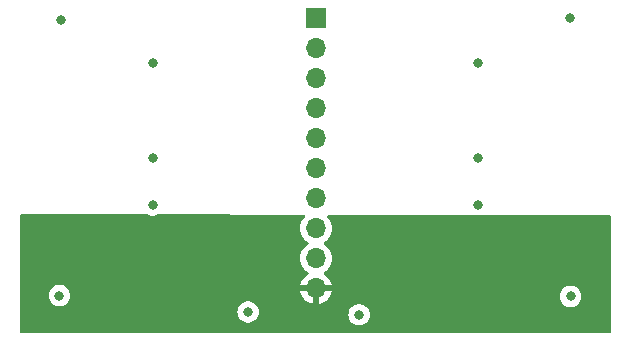
<source format=gbr>
%TF.GenerationSoftware,KiCad,Pcbnew,7.0.2*%
%TF.CreationDate,2023-11-04T13:58:57-04:00*%
%TF.ProjectId,AntSniffer,416e7453-6e69-4666-9665-722e6b696361,rev?*%
%TF.SameCoordinates,Original*%
%TF.FileFunction,Copper,L3,Inr*%
%TF.FilePolarity,Positive*%
%FSLAX46Y46*%
G04 Gerber Fmt 4.6, Leading zero omitted, Abs format (unit mm)*
G04 Created by KiCad (PCBNEW 7.0.2) date 2023-11-04 13:58:57*
%MOMM*%
%LPD*%
G01*
G04 APERTURE LIST*
%TA.AperFunction,ComponentPad*%
%ADD10R,1.700000X1.700000*%
%TD*%
%TA.AperFunction,ComponentPad*%
%ADD11O,1.700000X1.700000*%
%TD*%
%TA.AperFunction,ViaPad*%
%ADD12C,0.800000*%
%TD*%
G04 APERTURE END LIST*
D10*
%TO.N,/A2*%
%TO.C,J1*%
X168579800Y-45979000D03*
D11*
%TO.N,/SCL*%
X168579800Y-48519000D03*
%TO.N,/SDA*%
X168579800Y-51059000D03*
%TO.N,/PLUG*%
X168579800Y-53599000D03*
%TO.N,/A1*%
X168579800Y-56139000D03*
%TO.N,/TX*%
X168579800Y-58679000D03*
%TO.N,/RST*%
X168579800Y-61219000D03*
%TO.N,/RX*%
X168579800Y-63759000D03*
%TO.N,/A0*%
X168579800Y-66299000D03*
%TO.N,/3V3*%
X168579800Y-68839000D03*
%TD*%
D12*
%TO.N,GND*%
X172212000Y-71069200D03*
%TO.N,/3V3*%
X185318400Y-63754000D03*
X151765000Y-63804800D03*
%TO.N,GND*%
X146837400Y-69443600D03*
X162814000Y-70840600D03*
X182295800Y-61759600D03*
X154736800Y-61771800D03*
X190093600Y-45974000D03*
X154762200Y-57771800D03*
X147015200Y-46126400D03*
X182295800Y-57759600D03*
X182295800Y-49759600D03*
X190119000Y-69519800D03*
X154762200Y-49771800D03*
%TD*%
%TA.AperFunction,Conductor*%
%TO.N,/3V3*%
G36*
X154271262Y-62561855D02*
G01*
X154321409Y-62572576D01*
X154456997Y-62632944D01*
X154642152Y-62672300D01*
X154642154Y-62672300D01*
X154831448Y-62672300D01*
X155016601Y-62632945D01*
X155031483Y-62626319D01*
X155147360Y-62574726D01*
X155198075Y-62564007D01*
X167537166Y-62592663D01*
X167604160Y-62612504D01*
X167649792Y-62665414D01*
X167659575Y-62734595D01*
X167630402Y-62798083D01*
X167624560Y-62804344D01*
X167541303Y-62887601D01*
X167405765Y-63081170D01*
X167305897Y-63295336D01*
X167244736Y-63523592D01*
X167224140Y-63759000D01*
X167244736Y-63994407D01*
X167289509Y-64161501D01*
X167305897Y-64222663D01*
X167405765Y-64436830D01*
X167541305Y-64630401D01*
X167708399Y-64797495D01*
X167893960Y-64927426D01*
X167937583Y-64982002D01*
X167944776Y-65051501D01*
X167913254Y-65113855D01*
X167893959Y-65130575D01*
X167708395Y-65260508D01*
X167541305Y-65427598D01*
X167405765Y-65621170D01*
X167305897Y-65835336D01*
X167244736Y-66063592D01*
X167224140Y-66299000D01*
X167244736Y-66534407D01*
X167289509Y-66701501D01*
X167305897Y-66762663D01*
X167405765Y-66976830D01*
X167541305Y-67170401D01*
X167708399Y-67337495D01*
X167894396Y-67467732D01*
X167938019Y-67522307D01*
X167945212Y-67591806D01*
X167913690Y-67654160D01*
X167894395Y-67670880D01*
X167708719Y-67800892D01*
X167541690Y-67967921D01*
X167406200Y-68161421D01*
X167306369Y-68375507D01*
X167249164Y-68588999D01*
X167249164Y-68589000D01*
X168146114Y-68589000D01*
X168120307Y-68629156D01*
X168079800Y-68767111D01*
X168079800Y-68910889D01*
X168120307Y-69048844D01*
X168146114Y-69089000D01*
X167249164Y-69089000D01*
X167306369Y-69302492D01*
X167406199Y-69516576D01*
X167541693Y-69710081D01*
X167708718Y-69877106D01*
X167902223Y-70012600D01*
X168116309Y-70112430D01*
X168329800Y-70169634D01*
X168329800Y-69274501D01*
X168437485Y-69323680D01*
X168544037Y-69339000D01*
X168615563Y-69339000D01*
X168722115Y-69323680D01*
X168829799Y-69274501D01*
X168829799Y-70169633D01*
X169043290Y-70112430D01*
X169257376Y-70012600D01*
X169450881Y-69877106D01*
X169617906Y-69710081D01*
X169751143Y-69519800D01*
X189213540Y-69519800D01*
X189233326Y-69708057D01*
X189291820Y-69888084D01*
X189386466Y-70052016D01*
X189513129Y-70192689D01*
X189666269Y-70303951D01*
X189839197Y-70380944D01*
X190024352Y-70420300D01*
X190024354Y-70420300D01*
X190213648Y-70420300D01*
X190337083Y-70394062D01*
X190398803Y-70380944D01*
X190571730Y-70303951D01*
X190571729Y-70303950D01*
X190724870Y-70192689D01*
X190747360Y-70167712D01*
X190851533Y-70052016D01*
X190946179Y-69888084D01*
X191004674Y-69708056D01*
X191024460Y-69519800D01*
X191004674Y-69331544D01*
X190946179Y-69151516D01*
X190946179Y-69151515D01*
X190851533Y-68987583D01*
X190724870Y-68846910D01*
X190571730Y-68735648D01*
X190398802Y-68658655D01*
X190213648Y-68619300D01*
X190213646Y-68619300D01*
X190024354Y-68619300D01*
X190024352Y-68619300D01*
X189839197Y-68658655D01*
X189666269Y-68735648D01*
X189513129Y-68846910D01*
X189386466Y-68987583D01*
X189291820Y-69151515D01*
X189233326Y-69331542D01*
X189213540Y-69519800D01*
X169751143Y-69519800D01*
X169753400Y-69516576D01*
X169853230Y-69302492D01*
X169910436Y-69089000D01*
X169013486Y-69089000D01*
X169039293Y-69048844D01*
X169079800Y-68910889D01*
X169079800Y-68767111D01*
X169039293Y-68629156D01*
X169013486Y-68589000D01*
X169910436Y-68589000D01*
X169910435Y-68588999D01*
X169853230Y-68375507D01*
X169753399Y-68161421D01*
X169617909Y-67967921D01*
X169450881Y-67800893D01*
X169265204Y-67670880D01*
X169221580Y-67616303D01*
X169214387Y-67546804D01*
X169245909Y-67484450D01*
X169265199Y-67467734D01*
X169451201Y-67337495D01*
X169618295Y-67170401D01*
X169753835Y-66976830D01*
X169853703Y-66762663D01*
X169914863Y-66534408D01*
X169935459Y-66299000D01*
X169914863Y-66063592D01*
X169853703Y-65835337D01*
X169753835Y-65621171D01*
X169618295Y-65427599D01*
X169451201Y-65260505D01*
X169265639Y-65130573D01*
X169222015Y-65075997D01*
X169214823Y-65006498D01*
X169246345Y-64944144D01*
X169265631Y-64927432D01*
X169451201Y-64797495D01*
X169618295Y-64630401D01*
X169753835Y-64436830D01*
X169853703Y-64222663D01*
X169914863Y-63994408D01*
X169935459Y-63759000D01*
X169914863Y-63523592D01*
X169853703Y-63295337D01*
X169753835Y-63081171D01*
X169618295Y-62887599D01*
X169539894Y-62809198D01*
X169506409Y-62747875D01*
X169511393Y-62678183D01*
X169553265Y-62622250D01*
X169618729Y-62597833D01*
X169627824Y-62597518D01*
X182029482Y-62626319D01*
X182054974Y-62629029D01*
X182201152Y-62660100D01*
X182201154Y-62660100D01*
X182390446Y-62660100D01*
X182530873Y-62630251D01*
X182556919Y-62627544D01*
X193423792Y-62652780D01*
X193490781Y-62672620D01*
X193536413Y-62725530D01*
X193547499Y-62776779D01*
X193547500Y-72494100D01*
X193527815Y-72561139D01*
X193475011Y-72606894D01*
X193423500Y-72618100D01*
X143609100Y-72618100D01*
X143542061Y-72598415D01*
X143496306Y-72545611D01*
X143485100Y-72494100D01*
X143485100Y-70840600D01*
X161908540Y-70840600D01*
X161928326Y-71028857D01*
X161986820Y-71208884D01*
X162081466Y-71372816D01*
X162208129Y-71513489D01*
X162361269Y-71624751D01*
X162534197Y-71701744D01*
X162719352Y-71741100D01*
X162719354Y-71741100D01*
X162908648Y-71741100D01*
X163032083Y-71714862D01*
X163093803Y-71701744D01*
X163266730Y-71624751D01*
X163419871Y-71513488D01*
X163546533Y-71372816D01*
X163641179Y-71208884D01*
X163686566Y-71069199D01*
X171306540Y-71069199D01*
X171326326Y-71257457D01*
X171384820Y-71437484D01*
X171479466Y-71601416D01*
X171606129Y-71742089D01*
X171759269Y-71853351D01*
X171932197Y-71930344D01*
X172117352Y-71969700D01*
X172117354Y-71969700D01*
X172306648Y-71969700D01*
X172430083Y-71943462D01*
X172491803Y-71930344D01*
X172664730Y-71853351D01*
X172817871Y-71742088D01*
X172944533Y-71601416D01*
X173039179Y-71437484D01*
X173097674Y-71257456D01*
X173117460Y-71069200D01*
X173097674Y-70880944D01*
X173039179Y-70700916D01*
X173039179Y-70700915D01*
X172944533Y-70536983D01*
X172817870Y-70396310D01*
X172664730Y-70285048D01*
X172491802Y-70208055D01*
X172306648Y-70168700D01*
X172306646Y-70168700D01*
X172117354Y-70168700D01*
X172117352Y-70168700D01*
X171932197Y-70208055D01*
X171759269Y-70285048D01*
X171606129Y-70396310D01*
X171479466Y-70536983D01*
X171384820Y-70700915D01*
X171326326Y-70880942D01*
X171306540Y-71069199D01*
X163686566Y-71069199D01*
X163699674Y-71028856D01*
X163719460Y-70840600D01*
X163699674Y-70652344D01*
X163641179Y-70472316D01*
X163641179Y-70472315D01*
X163546533Y-70308383D01*
X163419870Y-70167710D01*
X163266730Y-70056448D01*
X163093802Y-69979455D01*
X162908648Y-69940100D01*
X162908646Y-69940100D01*
X162719354Y-69940100D01*
X162719352Y-69940100D01*
X162534197Y-69979455D01*
X162361269Y-70056448D01*
X162208129Y-70167710D01*
X162081466Y-70308383D01*
X161986820Y-70472315D01*
X161928326Y-70652342D01*
X161908540Y-70840600D01*
X143485100Y-70840600D01*
X143485100Y-69443599D01*
X145931940Y-69443599D01*
X145951726Y-69631857D01*
X146010220Y-69811884D01*
X146104866Y-69975816D01*
X146231529Y-70116489D01*
X146384669Y-70227751D01*
X146557597Y-70304744D01*
X146742752Y-70344100D01*
X146742754Y-70344100D01*
X146932048Y-70344100D01*
X147055484Y-70317862D01*
X147117203Y-70304744D01*
X147290130Y-70227751D01*
X147443271Y-70116488D01*
X147569933Y-69975816D01*
X147664579Y-69811884D01*
X147723074Y-69631856D01*
X147742860Y-69443600D01*
X147723074Y-69255344D01*
X147689338Y-69151515D01*
X147664579Y-69075315D01*
X147569933Y-68911383D01*
X147443270Y-68770710D01*
X147290130Y-68659448D01*
X147117202Y-68582455D01*
X146932048Y-68543100D01*
X146932046Y-68543100D01*
X146742754Y-68543100D01*
X146742752Y-68543100D01*
X146557597Y-68582455D01*
X146384669Y-68659448D01*
X146231529Y-68770710D01*
X146104866Y-68911383D01*
X146010220Y-69075315D01*
X145951726Y-69255342D01*
X145931940Y-69443599D01*
X143485100Y-69443599D01*
X143485100Y-62661094D01*
X143504785Y-62594055D01*
X143557589Y-62548300D01*
X143609384Y-62537094D01*
X154271262Y-62561855D01*
G37*
%TD.AperFunction*%
%TD*%
M02*

</source>
